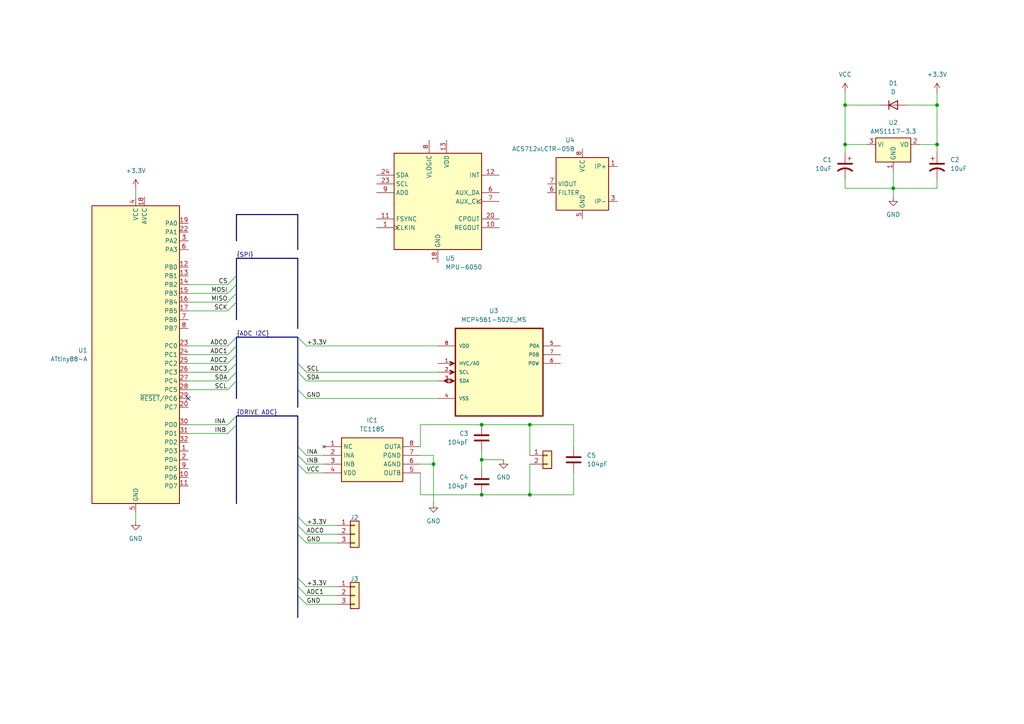
<source format=kicad_sch>
(kicad_sch (version 20231120) (generator "eeschema") (generator_version "8.0")
  (paper "A4")
  (lib_symbols
    (symbol "Connector_Generic:Conn_01x02" (pin_names (offset 1.016) hide)
      (property "Reference" "J" (at 0 2.54 0))
      (property "Value" "Conn_01x02" (at 0 -5.08 0))
      (symbol "Conn_01x02_1_1"
        (rectangle (start -1.27 -2.413) (end 0 -2.667) (stroke (width 0.1524)))
        (rectangle (start -1.27 0.127) (end 0 -0.127) (stroke (width 0.1524)))
        (rectangle (start -1.27 1.27) (end 1.27 -3.81) (stroke (width 0.254)) (fill (type background)))
        (pin passive line (at -5.08 0 0) (length 3.81) (name "Pin_1") (number "1"))
        (pin passive line (at -5.08 -2.54 0) (length 3.81) (name "Pin_2") (number "2"))
      )
    )
    (symbol "Connector_Generic:Conn_01x03" (pin_names (offset 1.016) hide)
      (property "Reference" "J" (at 0 5.08 0))
      (property "Value" "Conn_01x03" (at 0 -5.08 0))
      (symbol "Conn_01x03_1_1"
        (rectangle (start -1.27 -2.413) (end 0 -2.667) (stroke (width 0.1524)))
        (rectangle (start -1.27 0.127) (end 0 -0.127) (stroke (width 0.1524)))
        (rectangle (start -1.27 2.667) (end 0 2.413) (stroke (width 0.1524)))
        (rectangle (start -1.27 3.81) (end 1.27 -3.81) (stroke (width 0.254)) (fill (type background)))
        (pin passive line (at -5.08 2.54 0) (length 3.81) (name "Pin_1") (number "1"))
        (pin passive line (at -5.08 0 0) (length 3.81) (name "Pin_2") (number "2"))
        (pin passive line (at -5.08 -2.54 0) (length 3.81) (name "Pin_3") (number "3"))
      )
    )
    (symbol "Device:C" (pin_numbers hide) (pin_names (offset 0.254))
      (property "Reference" "C" (at 0.635 2.54 0))
      (property "Value" "C" (at 0.635 -2.54 0))
      (symbol "C_0_1"
        (polyline (pts (xy -2.032 -0.762) (xy 2.032 -0.762)) (stroke (width 0.508)))
        (polyline (pts (xy -2.032 0.762) (xy 2.032 0.762)) (stroke (width 0.508)))
      )
      (symbol "C_1_1"
        (pin passive line (at 0 3.81 270) (length 2.794) (name "~") (number "1"))
        (pin passive line (at 0 -3.81 90) (length 2.794) (name "~") (number "2"))
      )
    )
    (symbol "Device:C_Polarized_US" (pin_numbers hide) (pin_names (offset 0.254) hide)
      (property "Reference" "C" (at 0.635 2.54 0))
      (property "Value" "C_Polarized_US" (at 0.635 -2.54 0))
      (symbol "C_Polarized_US_0_1"
        (polyline (pts (xy -2.032 0.762) (xy 2.032 0.762)) (stroke (width 0.508)))
        (polyline (pts (xy -1.778 2.286) (xy -0.762 2.286)))
        (polyline (pts (xy -1.27 1.778) (xy -1.27 2.794)))
        (arc (start 2.032 -1.27) (mid 0 -0.5572) (end -2.032 -1.27) (stroke (width 0.508)))
      )
      (symbol "C_Polarized_US_1_1"
        (pin passive line (at 0 3.81 270) (length 2.794) (name "~") (number "1"))
        (pin passive line (at 0 -3.81 90) (length 3.302) (name "~") (number "2"))
      )
    )
    (symbol "Device:D" (pin_numbers hide) (pin_names (offset 1.016) hide)
      (property "Reference" "D" (at 0 2.54 0))
      (property "Value" "D" (at 0 -2.54 0))
      (symbol "D_0_1"
        (polyline (pts (xy -1.27 1.27) (xy -1.27 -1.27)) (stroke (width 0.254)))
        (polyline (pts (xy 1.27 0) (xy -1.27 0)))
        (polyline (pts (xy 1.27 1.27) (xy 1.27 -1.27) (xy -1.27 0) (xy 1.27 1.27)) (stroke (width 0.254)))
      )
      (symbol "D_1_1"
        (pin passive line (at -3.81 0 0) (length 2.54) (name "K") (number "1"))
        (pin passive line (at 3.81 0 180) (length 2.54) (name "A") (number "2"))
      )
    )
    (symbol "MCP4561-502E_MS:MCP4561-502E_MS" (pin_names (offset 1.016))
      (property "Reference" "U" (at -4.9064 12.9395 0))
      (property "Value" "MCP4561-502E_MS" (at -5.7257 -19.5182 0))
      (symbol "MCP4561-502E_MS_0_0"
        (rectangle (start -12.7 -15.24) (end 12.7 10.16) (stroke (width 0.4064)) (fill (type background)))
        (polyline (pts (xy -14.7828 -5.588) (xy -15.8242 -5.08)) (stroke (width 0.4064)))
        (polyline (pts (xy -14.7828 -4.572) (xy -15.8242 -5.08)) (stroke (width 0.4064)))
        (polyline (pts (xy -13.208 -5.08) (xy -14.2748 -5.588)) (stroke (width 0.4064)))
        (polyline (pts (xy -13.208 -5.08) (xy -14.2748 -4.572)) (stroke (width 0.4064)))
        (polyline (pts (xy -13.208 -2.54) (xy -14.2748 -3.048)) (stroke (width 0.4064)))
        (polyline (pts (xy -13.208 -2.54) (xy -14.2748 -2.032)) (stroke (width 0.4064)))
        (polyline (pts (xy -13.208 0) (xy -14.2748 -0.508)) (stroke (width 0.4064)))
        (polyline (pts (xy -13.208 0) (xy -14.2748 0.508)) (stroke (width 0.4064)))
        (pin input line (at -17.78 0 0) (length 5.08) (name "HVC/A0") (number "1"))
        (pin input line (at -17.78 -2.54 0) (length 5.08) (name "SCL") (number "2"))
        (pin bidirectional line (at -17.78 -5.08 0) (length 5.08) (name "SDA") (number "3"))
        (pin power_in line (at -17.78 -10.16 0) (length 5.08) (name "VSS") (number "4"))
        (pin passive line (at 17.78 5.08 180) (length 5.08) (name "P0A") (number "5"))
        (pin passive line (at 17.78 0 180) (length 5.08) (name "P0W") (number "6"))
        (pin passive line (at 17.78 2.54 180) (length 5.08) (name "P0B") (number "7"))
        (pin power_in line (at -17.78 5.08 0) (length 5.08) (name "VDD") (number "8"))
      )
    )
    (symbol "MCU_Microchip_ATtiny:ATtiny88-A"
      (property "Reference" "U" (at -12.7 44.45 0))
      (property "Value" "ATtiny88-A" (at 2.54 -44.45 0))
      (symbol "ATtiny88-A_0_1"
        (rectangle (start -12.7 -43.18) (end 12.7 43.18) (stroke (width 0.254)) (fill (type background)))
      )
      (symbol "ATtiny88-A_1_1"
        (pin bidirectional line (at 15.24 -27.94 180) (length 2.54) (name "PD3") (number "1"))
        (pin bidirectional line (at 15.24 -35.56 180) (length 2.54) (name "PD6") (number "10"))
        (pin bidirectional line (at 15.24 -38.1 180) (length 2.54) (name "PD7") (number "11"))
        (pin bidirectional line (at 15.24 25.4 180) (length 2.54) (name "PB0") (number "12"))
        (pin bidirectional line (at 15.24 22.86 180) (length 2.54) (name "PB1") (number "13"))
        (pin bidirectional line (at 15.24 20.32 180) (length 2.54) (name "PB2") (number "14"))
        (pin bidirectional line (at 15.24 17.78 180) (length 2.54) (name "PB3") (number "15"))
        (pin bidirectional line (at 15.24 15.24 180) (length 2.54) (name "PB4") (number "16"))
        (pin bidirectional line (at 15.24 12.7 180) (length 2.54) (name "PB5") (number "17"))
        (pin power_in line (at 2.54 45.72 270) (length 2.54) (name "AVCC") (number "18"))
        (pin bidirectional line (at 15.24 38.1 180) (length 2.54) (name "PA0") (number "19"))
        (pin bidirectional line (at 15.24 -30.48 180) (length 2.54) (name "PD4") (number "2"))
        (pin bidirectional line (at 15.24 -15.24 180) (length 2.54) (name "PC7") (number "20"))
        (pin passive line (at 0 -45.72 90) (length 2.54) hide (name "GND") (number "21"))
        (pin bidirectional line (at 15.24 35.56 180) (length 2.54) (name "PA1") (number "22"))
        (pin bidirectional line (at 15.24 2.54 180) (length 2.54) (name "PC0") (number "23"))
        (pin bidirectional line (at 15.24 0 180) (length 2.54) (name "PC1") (number "24"))
        (pin bidirectional line (at 15.24 -2.54 180) (length 2.54) (name "PC2") (number "25"))
        (pin bidirectional line (at 15.24 -5.08 180) (length 2.54) (name "PC3") (number "26"))
        (pin bidirectional line (at 15.24 -7.62 180) (length 2.54) (name "PC4") (number "27"))
        (pin bidirectional line (at 15.24 -10.16 180) (length 2.54) (name "PC5") (number "28"))
        (pin bidirectional line (at 15.24 -12.7 180) (length 2.54) (name "~{RESET}/PC6") (number "29"))
        (pin bidirectional line (at 15.24 33.02 180) (length 2.54) (name "PA2") (number "3"))
        (pin bidirectional line (at 15.24 -20.32 180) (length 2.54) (name "PD0") (number "30"))
        (pin bidirectional line (at 15.24 -22.86 180) (length 2.54) (name "PD1") (number "31"))
        (pin bidirectional line (at 15.24 -25.4 180) (length 2.54) (name "PD2") (number "32"))
        (pin power_in line (at 0 45.72 270) (length 2.54) (name "VCC") (number "4"))
        (pin power_in line (at 0 -45.72 90) (length 2.54) (name "GND") (number "5"))
        (pin bidirectional line (at 15.24 30.48 180) (length 2.54) (name "PA3") (number "6"))
        (pin bidirectional line (at 15.24 10.16 180) (length 2.54) (name "PB6") (number "7"))
        (pin bidirectional line (at 15.24 7.62 180) (length 2.54) (name "PB7") (number "8"))
        (pin bidirectional line (at 15.24 -33.02 180) (length 2.54) (name "PD5") (number "9"))
      )
    )
    (symbol "Regulator_Linear:AMS1117-3.3"
      (property "Reference" "U" (at -3.81 3.175 0))
      (property "Value" "AMS1117-3.3" (at 0 3.175 0))
      (symbol "AMS1117-3.3_0_1"
        (rectangle (start -5.08 -5.08) (end 5.08 1.905) (stroke (width 0.254)) (fill (type background)))
      )
      (symbol "AMS1117-3.3_1_1"
        (pin power_in line (at 0 -7.62 90) (length 2.54) (name "GND") (number "1"))
        (pin power_out line (at 7.62 0 180) (length 2.54) (name "VO") (number "2"))
        (pin power_in line (at -7.62 0 0) (length 2.54) (name "VI") (number "3"))
      )
    )
    (symbol "Sensor_Current:ACS712xLCTR-05B"
      (property "Reference" "U" (at 2.54 11.43 0))
      (property "Value" "ACS712xLCTR-05B" (at 2.54 8.89 0))
      (symbol "ACS712xLCTR-05B_0_1"
        (rectangle (start -7.62 7.62) (end 7.62 -7.62) (stroke (width 0.254)) (fill (type background)))
      )
      (symbol "ACS712xLCTR-05B_1_1"
        (pin passive line (at -10.16 5.08 0) (length 2.54) (name "IP+") (number "1"))
        (pin passive line (at -10.16 5.08 0) (length 2.54) hide (name "IP+") (number "2"))
        (pin passive line (at -10.16 -5.08 0) (length 2.54) (name "IP-") (number "3"))
        (pin passive line (at -10.16 -5.08 0) (length 2.54) hide (name "IP-") (number "4"))
        (pin power_in line (at 0 -10.16 90) (length 2.54) (name "GND") (number "5"))
        (pin passive line (at 10.16 -2.54 180) (length 2.54) (name "FILTER") (number "6"))
        (pin output line (at 10.16 0 180) (length 2.54) (name "VIOUT") (number "7"))
        (pin power_in line (at 0 10.16 270) (length 2.54) (name "VCC") (number "8"))
      )
    )
    (symbol "Sensor_Motion:MPU-6050"
      (property "Reference" "U" (at -11.43 13.97 0))
      (property "Value" "MPU-6050" (at 7.62 -15.24 0))
      (symbol "MPU-6050_0_0"
        (text "" (at 12.7 -2.54 0) (effects (font (size 1.27 1.27))))
      )
      (symbol "MPU-6050_0_1"
        (rectangle (start -12.7 13.97) (end 12.7 -13.97) (stroke (width 0.254)) (fill (type background)))
      )
      (symbol "MPU-6050_1_1"
        (pin input clock (at -17.78 -7.62 0) (length 5.08) (name "CLKIN") (number "1"))
        (pin passive line (at 17.78 -7.62 180) (length 5.08) (name "REGOUT") (number "10"))
        (pin input line (at -17.78 -5.08 0) (length 5.08) (name "FSYNC") (number "11"))
        (pin output line (at 17.78 7.62 180) (length 5.08) (name "INT") (number "12"))
        (pin power_in line (at 2.54 17.78 270) (length 3.81) (name "VDD") (number "13"))
        (pin no_connect line (at -12.7 -10.16 0) (length 2.54) hide (name "NC") (number "14"))
        (pin no_connect line (at 12.7 12.7 180) (length 2.54) hide (name "NC") (number "15"))
        (pin no_connect line (at 12.7 10.16 180) (length 2.54) hide (name "NC") (number "16"))
        (pin no_connect line (at 12.7 5.08 180) (length 2.54) hide (name "NC") (number "17"))
        (pin power_in line (at 0 -17.78 90) (length 3.81) (name "GND") (number "18"))
        (pin no_connect line (at 12.7 -10.16 180) (length 2.54) hide (name "RESV") (number "19"))
        (pin no_connect line (at -12.7 12.7 0) (length 2.54) hide (name "NC") (number "2"))
        (pin passive line (at 17.78 -5.08 180) (length 5.08) (name "CPOUT") (number "20"))
        (pin no_connect line (at 12.7 -2.54 180) (length 2.54) hide (name "RESV") (number "21"))
        (pin no_connect line (at 12.7 -12.7 180) (length 2.54) hide (name "RESV") (number "22"))
        (pin input line (at -17.78 5.08 0) (length 5.08) (name "SCL") (number "23"))
        (pin bidirectional line (at -17.78 7.62 0) (length 5.08) (name "SDA") (number "24"))
        (pin no_connect line (at -12.7 10.16 0) (length 2.54) hide (name "NC") (number "3"))
        (pin no_connect line (at -12.7 0 0) (length 2.54) hide (name "NC") (number "4"))
        (pin no_connect line (at -12.7 -2.54 0) (length 2.54) hide (name "NC") (number "5"))
        (pin bidirectional line (at 17.78 2.54 180) (length 5.08) (name "AUX_DA") (number "6"))
        (pin output clock (at 17.78 0 180) (length 5.08) (name "AUX_CL") (number "7"))
        (pin power_in line (at -2.54 17.78 270) (length 3.81) (name "VLOGIC") (number "8"))
        (pin input line (at -17.78 2.54 0) (length 5.08) (name "AD0") (number "9"))
      )
    )
    (symbol "TC118S:TC118S"
      (property "Reference" "IC" (at 24.13 7.62 0))
      (property "Value" "TC118S" (at 24.13 5.08 0))
      (symbol "TC118S_1_1"
        (rectangle (start 5.08 2.54) (end 22.86 -10.16) (stroke (width 0.254)) (fill (type background)))
        (pin no_connect line (at 0 0 0) (length 5.08) (name "NC") (number "1"))
        (pin passive line (at 0 -2.54 0) (length 5.08) (name "INA") (number "2"))
        (pin passive line (at 0 -5.08 0) (length 5.08) (name "INB") (number "3"))
        (pin passive line (at 0 -7.62 0) (length 5.08) (name "VDD") (number "4"))
        (pin passive line (at 27.94 -7.62 180) (length 5.08) (name "OUTB") (number "5"))
        (pin passive line (at 27.94 -5.08 180) (length 5.08) (name "AGND") (number "6"))
        (pin passive line (at 27.94 -2.54 180) (length 5.08) (name "PGND") (number "7"))
        (pin passive line (at 27.94 0 180) (length 5.08) (name "OUTA") (number "8"))
      )
    )
    (symbol "power:+3.3V" (power) (pin_numbers hide) (pin_names (offset 0) hide)
      (property "Value" "+3.3V" (at 0 3.556 0))
      (symbol "+3.3V_0_1"
        (polyline (pts (xy -0.762 1.27) (xy 0 2.54)))
        (polyline (pts (xy 0 0) (xy 0 2.54)))
        (polyline (pts (xy 0 2.54) (xy 0.762 1.27)))
      )
      (symbol "+3.3V_1_1"
        (pin power_in line (at 0 0 90) (length 0) (name "~") (number "1"))
      )
    )
    (symbol "power:GND" (power) (pin_numbers hide) (pin_names (offset 0) hide)
      (property "Value" "GND" (at 0 -3.81 0))
      (symbol "GND_0_1"
        (polyline (pts (xy 0 0) (xy 0 -1.27) (xy 1.27 -1.27) (xy 0 -2.54) (xy -1.27 -1.27) (xy 0 -1.27)))
      )
      (symbol "GND_1_1"
        (pin power_in line (at 0 0 270) (length 0) (name "~") (number "1"))
      )
    )
    (symbol "power:VCC" (power) (pin_numbers hide) (pin_names (offset 0) hide)
      (property "Value" "VCC" (at 0 3.556 0))
      (symbol "VCC_0_1"
        (polyline (pts (xy -0.762 1.27) (xy 0 2.54)))
        (polyline (pts (xy 0 0) (xy 0 2.54)))
        (polyline (pts (xy 0 2.54) (xy 0.762 1.27)))
      )
      (symbol "VCC_1_1"
        (pin power_in line (at 0 0 90) (length 0) (name "~") (number "1"))
      )
    )
  )
  (bus_alias "ADC" (members "ADC[0..10]"))
  (bus_alias "DRIVE" (members "INA" "INB"))
  (bus_alias "I2C" (members "SDA" "SCL"))
  (bus_alias "SPI" (members "SCK" "MOSI" "MISO" "CS"))
  (junction (at 271.78 30.48))
  (junction (at 153.67 123.19))
  (junction (at 125.73 134.62))
  (junction (at 245.11 41.91))
  (junction (at 139.7 123.19))
  (junction (at 139.7 133.35))
  (junction (at 271.78 41.91))
  (junction (at 245.11 30.48))
  (junction (at 153.67 143.51))
  (junction (at 259.08 54.61))
  (junction (at 139.7 143.51))
  (no_connect (at 54.61 115.57))
  (bus_entry (at 68.58 82.55) (size -2.54 2.54))
  (bus_entry (at 86.36 167.64) (size 2.54 2.54))
  (bus_entry (at 68.58 102.87) (size -2.54 2.54))
  (bus_entry (at 68.58 87.63) (size -2.54 2.54))
  (bus_entry (at 68.58 107.95) (size -2.54 2.54))
  (bus_entry (at 68.58 110.49) (size -2.54 2.54))
  (bus_entry (at 68.58 85.09) (size -2.54 2.54))
  (bus_entry (at 86.36 152.4) (size 2.54 2.54))
  (bus_entry (at 86.36 113.03) (size 2.54 2.54))
  (bus_entry (at 86.36 129.54) (size 2.54 2.54))
  (bus_entry (at 68.58 105.41) (size -2.54 2.54))
  (bus_entry (at 68.58 97.79) (size -2.54 2.54))
  (bus_entry (at 86.36 97.79) (size 2.54 2.54))
  (bus_entry (at 86.36 134.62) (size 2.54 2.54))
  (bus_entry (at 86.36 107.95) (size 2.54 2.54))
  (bus_entry (at 86.36 105.41) (size 2.54 2.54))
  (bus_entry (at 86.36 132.08) (size 2.54 2.54))
  (bus_entry (at 86.36 149.86) (size 2.54 2.54))
  (bus_entry (at 68.58 80.01) (size -2.54 2.54))
  (bus_entry (at 86.36 154.94) (size 2.54 2.54))
  (bus_entry (at 68.58 100.33) (size -2.54 2.54))
  (bus_entry (at 86.36 172.72) (size 2.54 2.54))
  (bus_entry (at 68.58 123.19) (size -2.54 2.54))
  (bus_entry (at 68.58 120.65) (size -2.54 2.54))
  (bus_entry (at 86.36 170.18) (size 2.54 2.54))
  (wire (pts (xy 125.73 132.08) (xy 125.73 134.62)))
  (wire (pts (xy 121.92 123.19) (xy 139.7 123.19)))
  (bus (pts (xy 86.36 62.23) (xy 86.36 72.39)))
  (wire (pts (xy 139.7 130.81) (xy 139.7 133.35)))
  (wire (pts (xy 54.61 90.17) (xy 66.04 90.17)))
  (bus (pts (xy 68.58 80.01) (xy 68.58 74.93)))
  (wire (pts (xy 54.61 110.49) (xy 66.04 110.49)))
  (wire (pts (xy 54.61 125.73) (xy 66.04 125.73)))
  (wire (pts (xy 153.67 123.19) (xy 166.37 123.19)))
  (wire (pts (xy 54.61 123.19) (xy 66.04 123.19)))
  (bus (pts (xy 86.36 167.64) (xy 86.36 170.18)))
  (bus (pts (xy 86.36 113.03) (xy 86.36 118.11)))
  (wire (pts (xy 39.37 148.59) (xy 39.37 151.13)))
  (bus (pts (xy 68.58 146.05) (xy 68.58 123.19)))
  (bus (pts (xy 86.36 132.08) (xy 86.36 134.62)))
  (wire (pts (xy 166.37 129.54) (xy 166.37 123.19)))
  (wire (pts (xy 121.92 132.08) (xy 125.73 132.08)))
  (wire (pts (xy 88.9 132.08) (xy 93.98 132.08)))
  (bus (pts (xy 68.58 92.71) (xy 68.58 87.63)))
  (wire (pts (xy 245.11 54.61) (xy 259.08 54.61)))
  (wire (pts (xy 125.73 134.62) (xy 125.73 146.05)))
  (wire (pts (xy 54.61 107.95) (xy 66.04 107.95)))
  (wire (pts (xy 88.9 175.26) (xy 97.79 175.26)))
  (wire (pts (xy 88.9 172.72) (xy 97.79 172.72)))
  (wire (pts (xy 259.08 54.61) (xy 271.78 54.61)))
  (wire (pts (xy 54.61 87.63) (xy 66.04 87.63)))
  (bus (pts (xy 86.36 149.86) (xy 86.36 152.4)))
  (wire (pts (xy 88.9 134.62) (xy 93.98 134.62)))
  (bus (pts (xy 68.58 62.23) (xy 86.36 62.23)))
  (bus (pts (xy 86.36 172.72) (xy 86.36 179.07)))
  (wire (pts (xy 54.61 102.87) (xy 66.04 102.87)))
  (bus (pts (xy 68.58 69.85) (xy 68.58 62.23)))
  (wire (pts (xy 153.67 123.19) (xy 139.7 123.19)))
  (bus (pts (xy 86.36 129.54) (xy 86.36 132.08)))
  (wire (pts (xy 271.78 41.91) (xy 271.78 44.45)))
  (wire (pts (xy 54.61 113.03) (xy 66.04 113.03)))
  (wire (pts (xy 121.92 137.16) (xy 121.92 143.51)))
  (wire (pts (xy 121.92 134.62) (xy 125.73 134.62)))
  (bus (pts (xy 68.58 110.49) (xy 68.58 107.95)))
  (bus (pts (xy 86.36 74.93) (xy 86.36 95.25)))
  (wire (pts (xy 39.37 54.61) (xy 39.37 57.15)))
  (bus (pts (xy 68.58 97.79) (xy 86.36 97.79)))
  (wire (pts (xy 139.7 133.35) (xy 146.05 133.35)))
  (wire (pts (xy 153.67 123.19) (xy 153.67 132.08)))
  (wire (pts (xy 153.67 134.62) (xy 153.67 143.51)))
  (bus (pts (xy 86.36 152.4) (xy 86.36 154.94)))
  (wire (pts (xy 54.61 100.33) (xy 66.04 100.33)))
  (bus (pts (xy 68.58 120.65) (xy 86.36 120.65)))
  (wire (pts (xy 139.7 133.35) (xy 139.7 135.89)))
  (bus (pts (xy 86.36 120.65) (xy 86.36 129.54)))
  (wire (pts (xy 259.08 54.61) (xy 259.08 57.15)))
  (bus (pts (xy 86.36 107.95) (xy 86.36 113.03)))
  (bus (pts (xy 86.36 154.94) (xy 86.36 167.64)))
  (wire (pts (xy 88.9 100.33) (xy 127 100.33)))
  (wire (pts (xy 88.9 137.16) (xy 93.98 137.16)))
  (bus (pts (xy 86.36 97.79) (xy 86.36 105.41)))
  (bus (pts (xy 68.58 107.95) (xy 68.58 105.41)))
  (wire (pts (xy 245.11 26.67) (xy 245.11 30.48)))
  (wire (pts (xy 245.11 30.48) (xy 245.11 41.91)))
  (bus (pts (xy 86.36 105.41) (xy 86.36 107.95)))
  (wire (pts (xy 251.46 41.91) (xy 245.11 41.91)))
  (bus (pts (xy 68.58 87.63) (xy 68.58 85.09)))
  (wire (pts (xy 245.11 52.07) (xy 245.11 54.61)))
  (wire (pts (xy 88.9 154.94) (xy 97.79 154.94)))
  (wire (pts (xy 153.67 143.51) (xy 139.7 143.51)))
  (wire (pts (xy 88.9 152.4) (xy 97.79 152.4)))
  (wire (pts (xy 259.08 49.53) (xy 259.08 54.61)))
  (bus (pts (xy 68.58 82.55) (xy 68.58 80.01)))
  (wire (pts (xy 88.9 107.95) (xy 127 107.95)))
  (wire (pts (xy 266.7 41.91) (xy 271.78 41.91)))
  (wire (pts (xy 139.7 143.51) (xy 121.92 143.51)))
  (wire (pts (xy 121.92 123.19) (xy 121.92 129.54)))
  (bus (pts (xy 68.58 100.33) (xy 68.58 97.79)))
  (bus (pts (xy 86.36 134.62) (xy 86.36 149.86)))
  (bus (pts (xy 68.58 105.41) (xy 68.58 102.87)))
  (bus (pts (xy 86.36 170.18) (xy 86.36 172.72)))
  (wire (pts (xy 54.61 85.09) (xy 66.04 85.09)))
  (wire (pts (xy 153.67 143.51) (xy 166.37 143.51)))
  (wire (pts (xy 245.11 41.91) (xy 245.11 44.45)))
  (wire (pts (xy 88.9 115.57) (xy 127 115.57)))
  (wire (pts (xy 54.61 82.55) (xy 66.04 82.55)))
  (bus (pts (xy 68.58 115.57) (xy 68.58 110.49)))
  (wire (pts (xy 255.27 30.48) (xy 245.11 30.48)))
  (wire (pts (xy 54.61 105.41) (xy 66.04 105.41)))
  (wire (pts (xy 88.9 110.49) (xy 127 110.49)))
  (wire (pts (xy 262.89 30.48) (xy 271.78 30.48)))
  (wire (pts (xy 166.37 137.16) (xy 166.37 143.51)))
  (wire (pts (xy 88.9 157.48) (xy 97.79 157.48)))
  (bus (pts (xy 68.58 123.19) (xy 68.58 120.65)))
  (bus (pts (xy 68.58 102.87) (xy 68.58 100.33)))
  (wire (pts (xy 271.78 54.61) (xy 271.78 52.07)))
  (bus (pts (xy 68.58 74.93) (xy 86.36 74.93)))
  (wire (pts (xy 88.9 170.18) (xy 97.79 170.18)))
  (bus (pts (xy 68.58 85.09) (xy 68.58 82.55)))
  (wire (pts (xy 271.78 26.67) (xy 271.78 30.48)))
  (wire (pts (xy 271.78 30.48) (xy 271.78 41.91)))
  (label "+3.3V" (at 88.9 100.33 0))
  (label "INB" (at 62.23 125.73 0))
  (label "SCL" (at 62.23 113.03 0))
  (label "GND" (at 88.9 115.57 0))
  (label "VCC" (at 88.9 137.16 0))
  (label "{DRIVE ADC}" (at 68.58 120.65 0))
  (label "GND" (at 88.9 175.26 0))
  (label "INA" (at 62.23 123.19 0))
  (label "SDA" (at 62.23 110.49 0))
  (label "MOSI" (at 66.04 85.09 180))
  (label "INA" (at 88.9 132.08 0))
  (label "+3.3V" (at 88.9 152.4 0))
  (label "ADC2" (at 60.96 105.41 0))
  (label "ADC1" (at 88.9 172.72 0))
  (label "+3.3V" (at 88.9 170.18 0))
  (label "SCL" (at 88.9 107.95 0))
  (label "{ADC I2C}" (at 68.58 97.79 0))
  (label "ADC0" (at 60.96 100.33 0))
  (label "ADC1" (at 60.96 102.87 0))
  (label "SDA" (at 88.9 110.49 0))
  (label "{SPI}" (at 68.58 74.93 0))
  (label "SCK" (at 66.04 90.17 180))
  (label "INB" (at 88.9 134.62 0))
  (label "GND" (at 88.9 157.48 0))
  (label "MISO" (at 66.04 87.63 180))
  (label "ADC3" (at 60.96 107.95 0))
  (label "ADC0" (at 88.9 154.94 0))
  (label "CS" (at 66.04 82.55 180))
  (symbol (lib_id "Device:C_Polarized_US") (at 271.78 48.26 0) (unit 1)
    (property "Reference" "C2" (at 275.59 46.3549 0) (effects (justify left)))
    (property "Value" "10uF" (at 275.59 48.8949 0) (effects (justify left)))
    (property "Description" "Polarized capacitor, US symbol" (effects (hide yes)))
  )
  (symbol (lib_id "MCP4561-502E_MS:MCP4561-502E_MS") (at 144.78 105.41 0) (unit 1)
    (property "Reference" "U3" (at 143.2179 90.17 0))
    (property "Value" "MCP4561-502E_MS" (at 143.2179 92.71 0))
    (property "Footprint" "MCP4561-502E_MS:SOP65P490X110-8N" (effects (hide yes)))
    (property "MF" "Microchip" (effects (hide yes)))
    (property "Description_1" "\nMCP4561-502E/MS,Digital Potentiometer 5kOhm 257-Pos Linear Serial-I2C 8-Pin MSOP | Microchip Technology Inc. MCP4561-502E/MS\n" (effects (hide yes)))
    (property "PACKAGE" "SOP-8" (effects (hide yes)))
    (property "MPN" "MCP4561-502E/MS" (effects (hide yes)))
    (property "Price" "None" (effects (hide yes)))
    (property "Package" "MSOP-8 Microchip" (effects (hide yes)))
    (property "OC_FARNELL" "1698948" (effects (hide yes)))
    (property "SnapEDA_Link" "https://www.snapeda.com/parts/MCP4561-502E/MS/Microchip/view-part/?ref=snap" (effects (hide yes)))
    (property "MP" "MCP4561-502E/MS" (effects (hide yes)))
    (property "SUPPLIER" "Microchip" (effects (hide yes)))
    (property "OC_NEWARK" "77M2912" (effects (hide yes)))
    (property "Availability" "In Stock" (effects (hide yes)))
    (property "Check_prices" "https://www.snapeda.com/parts/MCP4561-502E/MS/Microchip/view-part/?ref=eda" (effects (hide yes)))
  )
  (symbol (lib_id "Device:D") (at 259.08 30.48 0) (unit 1)
    (property "Reference" "D1" (at 259.08 24.13 0))
    (property "Value" "D" (at 259.08 26.67 0))
    (property "Description" "Diode" (effects (hide yes)))
    (property "Sim.Device" "D" (effects (hide yes)))
    (property "Sim.Pins" "1=K 2=A" (effects (hide yes)))
  )
  (symbol (lib_id "Regulator_Linear:AMS1117-3.3") (at 259.08 41.91 0) (unit 1)
    (property "Reference" "U2" (at 259.08 35.56 0))
    (property "Value" "AMS1117-3.3" (at 259.08 38.1 0))
    (property "Footprint" "Package_TO_SOT_SMD:SOT-223-3_TabPin2" (effects (hide yes)))
    (property "Datasheet" "http://www.advanced-monolithic.com/pdf/ds1117.pdf" (effects (hide yes)))
    (property "Description" "1A Low Dropout regulator, positive, 3.3V fixed output, SOT-223" (effects (hide yes)))
  )
  (symbol (lib_id "Sensor_Current:ACS712xLCTR-05B") (at 168.91 53.34 0) (mirror y) (unit 1)
    (property "Reference" "U4" (at 166.7159 40.64 0) (effects (justify left)))
    (property "Value" "ACS712xLCTR-05B" (at 166.7159 43.18 0) (effects (justify left)))
    (property "Footprint" "Package_SO:SOIC-8_3.9x4.9mm_P1.27mm" (effects (hide yes)))
    (property "Datasheet" "http://www.allegromicro.com/~/media/Files/Datasheets/ACS712-Datasheet.ashx?la=en" (effects (hide yes)))
    (property "Description" "±5A Bidirectional Hall-Effect Current Sensor, +5.0V supply, 185mV/A, SOIC-8" (effects (hide yes)))
  )
  (symbol (lib_id "power:GND") (at 146.05 133.35 0) (unit 1)
    (property "Reference" "#PWR06" (effects (hide yes)))
    (property "Value" "GND" (at 146.05 138.43 0))
    (property "Description" "Power symbol creates a global label with name \"GND\" , ground" (effects (hide yes)))
  )
  (symbol (lib_id "Connector_Generic:Conn_01x03") (at 102.87 172.72 0) (unit 1)
    (property "Reference" "J3" (at 101.6 167.894 0) (effects (justify left)))
    (property "Value" "Conn_01x03" (effects (hide yes)))
    (property "Description" "Generic connector, single row, 01x03, script generated (kicad-library-utils/schlib/autogen/connector/)" (effects (hide yes)))
  )
  (symbol (lib_id "Connector_Generic:Conn_01x03") (at 102.87 154.94 0) (unit 1)
    (property "Reference" "J2" (at 101.6 150.114 0) (effects (justify left)))
    (property "Value" "Conn_01x03" (effects (hide yes)))
    (property "Description" "Generic connector, single row, 01x03, script generated (kicad-library-utils/schlib/autogen/connector/)" (effects (hide yes)))
  )
  (symbol (lib_id "Connector_Generic:Conn_01x02") (at 158.75 132.08 0) (unit 1)
    (property "Reference" "J1" (effects (hide yes)))
    (property "Value" "Conn_01x02" (effects (hide yes)))
    (property "Description" "Generic connector, single row, 01x02, script generated (kicad-library-utils/schlib/autogen/connector/)" (effects (hide yes)))
  )
  (symbol (lib_id "Device:C") (at 139.7 139.7 0) (mirror y) (unit 1)
    (property "Reference" "C4" (at 135.89 138.4299 0) (effects (justify left)))
    (property "Value" "104pF" (at 135.89 140.9699 0) (effects (justify left)))
    (property "Description" "Unpolarized capacitor" (effects (hide yes)))
  )
  (symbol (lib_id "power:+3.3V") (at 39.37 54.61 0) (unit 1)
    (property "Reference" "#PWR04" (effects (hide yes)))
    (property "Value" "+3.3V" (at 39.37 49.53 0))
    (property "Description" "Power symbol creates a global label with name \"+3.3V\"" (effects (hide yes)))
  )
  (symbol (lib_id "power:GND") (at 39.37 151.13 0) (unit 1)
    (property "Reference" "#PWR05" (effects (hide yes)))
    (property "Value" "GND" (at 39.37 156.21 0))
    (property "Description" "Power symbol creates a global label with name \"GND\" , ground" (effects (hide yes)))
  )
  (symbol (lib_id "Device:C_Polarized_US") (at 245.11 48.26 0) (mirror y) (unit 1)
    (property "Reference" "C1" (at 241.3 46.3549 0) (effects (justify left)))
    (property "Value" "10uF" (at 241.3 48.8949 0) (effects (justify left)))
    (property "Description" "Polarized capacitor, US symbol" (effects (hide yes)))
  )
  (symbol (lib_id "Sensor_Motion:MPU-6050") (at 127 58.42 0) (unit 1)
    (property "Reference" "U5" (at 129.1941 74.93 0) (effects (justify left)))
    (property "Value" "MPU-6050" (at 129.1941 77.47 0) (effects (justify left)))
    (property "Footprint" "Sensor_Motion:InvenSense_QFN-24_4x4mm_P0.5mm" (effects (hide yes)))
    (property "Datasheet" "https://invensense.tdk.com/wp-content/uploads/2015/02/MPU-6000-Datasheet1.pdf" (effects (hide yes)))
    (property "Description" "InvenSense 6-Axis Motion Sensor, Gyroscope, Accelerometer, I2C" (effects (hide yes)))
  )
  (symbol (lib_id "power:GND") (at 125.73 146.05 0) (unit 1)
    (property "Reference" "#PWR07" (effects (hide yes)))
    (property "Value" "GND" (at 125.73 151.13 0))
    (property "Description" "Power symbol creates a global label with name \"GND\" , ground" (effects (hide yes)))
  )
  (symbol (lib_id "MCU_Microchip_ATtiny:ATtiny88-A") (at 39.37 102.87 0) (unit 1)
    (property "Reference" "U1" (at 25.4 101.5999 0) (effects (justify right)))
    (property "Value" "ATtiny88-A" (at 25.4 104.1399 0) (effects (justify right)))
    (property "Footprint" "Package_QFP:TQFP-32_7x7mm_P0.8mm" (effects (hide yes)))
    (property "Datasheet" "http://ww1.microchip.com/downloads/en/DeviceDoc/doc8008.pdf" (effects (hide yes)))
    (property "Description" "12MHz, 8kB Flash, 512B SRAM, 64B EEPROM, TQFP-32" (effects (hide yes)))
  )
  (symbol (lib_id "Device:C") (at 139.7 127 0) (mirror y) (unit 1)
    (property "Reference" "C3" (at 135.89 125.7299 0) (effects (justify left)))
    (property "Value" "104pF" (at 135.89 128.2699 0) (effects (justify left)))
    (property "Description" "Unpolarized capacitor" (effects (hide yes)))
  )
  (symbol (lib_id "power:VCC") (at 245.11 26.67 0) (unit 1)
    (property "Reference" "#PWR01" (effects (hide yes)))
    (property "Value" "VCC" (at 245.11 21.59 0))
    (property "Description" "Power symbol creates a global label with name \"VCC\"" (effects (hide yes)))
  )
  (symbol (lib_id "Device:C") (at 166.37 133.35 0) (unit 1)
    (property "Reference" "C5" (at 170.18 132.0799 0) (effects (justify left)))
    (property "Value" "104pF" (at 170.18 134.6199 0) (effects (justify left)))
    (property "Description" "Unpolarized capacitor" (effects (hide yes)))
  )
  (symbol (lib_id "TC118S:TC118S") (at 93.98 129.54 0) (unit 1)
    (property "Reference" "IC1" (at 107.95 121.92 0))
    (property "Value" "TC118S" (at 107.95 124.46 0))
    (property "Footprint" "SOIC127P600X155-8N" (effects (hide yes)))
    (property "Datasheet" "http://www.chipsourcetek.com/Uploads/file/TC118S.pdf" (effects (hide yes)))
    (property "Description" "SOP-8_150mil Motor Driver ICs" (effects (hide yes)))
    (property "Height" "1.55" (effects (hide yes)))
    (property "Manufacturer_Name" "Chipsee" (effects (hide yes)))
    (property "Manufacturer_Part_Number" "TC118S" (effects (hide yes)))
  )
  (symbol (lib_id "power:GND") (at 259.08 57.15 0) (unit 1)
    (property "Reference" "#PWR03" (effects (hide yes)))
    (property "Value" "GND" (at 259.08 62.23 0))
    (property "Description" "Power symbol creates a global label with name \"GND\" , ground" (effects (hide yes)))
  )
  (symbol (lib_id "power:+3.3V") (at 271.78 26.67 0) (unit 1)
    (property "Reference" "#PWR02" (effects (hide yes)))
    (property "Value" "+3.3V" (at 271.78 21.59 0))
    (property "Description" "Power symbol creates a global label with name \"+3.3V\"" (effects (hide yes)))
  )
)
</source>
